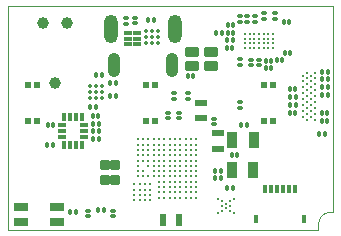
<source format=gbr>
%TF.GenerationSoftware,KiCad,Pcbnew,7.0.7*%
%TF.CreationDate,2024-01-11T19:31:21-08:00*%
%TF.ProjectId,beeper-design,62656570-6572-42d6-9465-7369676e2e6b,rev?*%
%TF.SameCoordinates,Original*%
%TF.FileFunction,Soldermask,Top*%
%TF.FilePolarity,Negative*%
%FSLAX46Y46*%
G04 Gerber Fmt 4.6, Leading zero omitted, Abs format (unit mm)*
G04 Created by KiCad (PCBNEW 7.0.7) date 2024-01-11 19:31:21*
%MOMM*%
%LPD*%
G01*
G04 APERTURE LIST*
G04 Aperture macros list*
%AMRoundRect*
0 Rectangle with rounded corners*
0 $1 Rounding radius*
0 $2 $3 $4 $5 $6 $7 $8 $9 X,Y pos of 4 corners*
0 Add a 4 corners polygon primitive as box body*
4,1,4,$2,$3,$4,$5,$6,$7,$8,$9,$2,$3,0*
0 Add four circle primitives for the rounded corners*
1,1,$1+$1,$2,$3*
1,1,$1+$1,$4,$5*
1,1,$1+$1,$6,$7*
1,1,$1+$1,$8,$9*
0 Add four rect primitives between the rounded corners*
20,1,$1+$1,$2,$3,$4,$5,0*
20,1,$1+$1,$4,$5,$6,$7,0*
20,1,$1+$1,$6,$7,$8,$9,0*
20,1,$1+$1,$8,$9,$2,$3,0*%
G04 Aperture macros list end*
%ADD10RoundRect,0.050000X0.079155X-0.165000X0.079155X0.165000X-0.079155X0.165000X-0.079155X-0.165000X0*%
%ADD11RoundRect,0.050000X-0.079155X0.165000X-0.079155X-0.165000X0.079155X-0.165000X0.079155X0.165000X0*%
%ADD12RoundRect,0.050000X-0.165000X-0.079155X0.165000X-0.079155X0.165000X0.079155X-0.165000X0.079155X0*%
%ADD13C,0.250000*%
%ADD14RoundRect,0.050800X-0.500000X-0.300000X0.500000X-0.300000X0.500000X0.300000X-0.500000X0.300000X0*%
%ADD15RoundRect,0.050000X-0.206066X0.475000X-0.206066X-0.475000X0.206066X-0.475000X0.206066X0.475000X0*%
%ADD16RoundRect,0.050000X-0.475000X-0.206066X0.475000X-0.206066X0.475000X0.206066X-0.475000X0.206066X0*%
%ADD17C,0.260000*%
%ADD18RoundRect,0.050000X0.475000X0.206066X-0.475000X0.206066X-0.475000X-0.206066X0.475000X-0.206066X0*%
%ADD19RoundRect,0.050000X0.165000X0.079155X-0.165000X0.079155X-0.165000X-0.079155X0.165000X-0.079155X0*%
%ADD20C,0.991000*%
%ADD21C,0.340000*%
%ADD22C,0.210000*%
%ADD23RoundRect,0.051000X-0.350000X0.375000X-0.350000X-0.375000X0.350000X-0.375000X0.350000X0.375000X0*%
%ADD24RoundRect,0.051000X0.500000X0.360000X-0.500000X0.360000X-0.500000X-0.360000X0.500000X-0.360000X0*%
%ADD25RoundRect,0.051000X0.225000X-0.225000X0.225000X0.225000X-0.225000X0.225000X-0.225000X-0.225000X0*%
%ADD26O,0.730000X1.460000*%
%ADD27O,1.200000X2.400000*%
%ADD28O,1.050000X2.100000*%
%ADD29RoundRect,0.051000X-0.140000X0.250000X-0.140000X-0.250000X0.140000X-0.250000X0.140000X0.250000X0*%
%ADD30RoundRect,0.051000X-0.250000X0.140000X-0.250000X-0.140000X0.250000X-0.140000X0.250000X0.140000X0*%
%ADD31C,0.212500*%
%ADD32RoundRect,0.051000X0.260000X-0.150000X0.260000X0.150000X-0.260000X0.150000X-0.260000X-0.150000X0*%
%ADD33R,0.300000X0.800000*%
%ADD34R,0.400000X0.800000*%
%ADD35RoundRect,0.050000X-0.355277X0.650000X-0.355277X-0.650000X0.355277X-0.650000X0.355277X0.650000X0*%
%TA.AperFunction,Profile*%
%ADD36C,0.050000*%
%TD*%
G04 APERTURE END LIST*
D10*
%TO.C,R1*%
X143255416Y-112467171D03*
X143727106Y-112467171D03*
%TD*%
D11*
%TO.C,C19*%
X148002726Y-103159876D03*
X147531036Y-103159876D03*
%TD*%
D12*
%TO.C,C23*%
X148336985Y-99149412D03*
X148336985Y-99621102D03*
%TD*%
D11*
%TO.C,C48*%
X133645878Y-104375575D03*
X133174188Y-104375575D03*
%TD*%
D10*
%TO.C,R17*%
X134368671Y-105075313D03*
X134840361Y-105075313D03*
%TD*%
D11*
%TO.C,C21*%
X148952555Y-103130352D03*
X148480865Y-103130352D03*
%TD*%
D13*
%TO.C,U2*%
X144862568Y-114868836D03*
X143462568Y-114868836D03*
X144512568Y-115068836D03*
X143812568Y-115068836D03*
X144162568Y-115268836D03*
X144512568Y-115468836D03*
X143812568Y-115468836D03*
X144162568Y-115668836D03*
X144512568Y-115868836D03*
X143812568Y-115868836D03*
X144862568Y-116068836D03*
X143462568Y-116068836D03*
%TD*%
D11*
%TO.C,C20*%
X149533053Y-99845030D03*
X149061363Y-99845030D03*
%TD*%
%TO.C,C22*%
X149601076Y-102468028D03*
X149129386Y-102468028D03*
%TD*%
D10*
%TO.C,R16*%
X134377741Y-106172786D03*
X134849431Y-106172786D03*
%TD*%
D14*
%TO.C,U17*%
X129831496Y-115535195D03*
X126831496Y-116835195D03*
X126831496Y-115535195D03*
X129831496Y-116835195D03*
%TD*%
D15*
%TO.C,C3*%
X140169314Y-116617757D03*
X138831446Y-116617757D03*
%TD*%
D12*
%TO.C,L1*%
X143144542Y-108085815D03*
X143144542Y-108557505D03*
%TD*%
%TO.C,C11*%
X140920388Y-105919400D03*
X140920388Y-106391090D03*
%TD*%
D16*
%TO.C,C1*%
X142015967Y-106701356D03*
X142015967Y-108039224D03*
%TD*%
D10*
%TO.C,R10*%
X132932136Y-109820273D03*
X133403826Y-109820273D03*
%TD*%
%TO.C,L2*%
X144670767Y-111162222D03*
X145142457Y-111162222D03*
%TD*%
D11*
%TO.C,L3*%
X133822270Y-115779501D03*
X133350580Y-115779501D03*
%TD*%
D17*
%TO.C,U4*%
X151694476Y-104165097D03*
X151694476Y-104665097D03*
X151694476Y-105165097D03*
X151694476Y-105665097D03*
X151694476Y-106165097D03*
X151694476Y-106665097D03*
X151694476Y-107165097D03*
X151694476Y-107665097D03*
X151694476Y-108165097D03*
X151354476Y-104415097D03*
X151354476Y-104915097D03*
X151354476Y-105415097D03*
X151354476Y-105915097D03*
X151354476Y-106415097D03*
X151354476Y-106915097D03*
X151354476Y-107415097D03*
X151354476Y-107915097D03*
X151014476Y-104165097D03*
X151014476Y-104665097D03*
X151014476Y-105165097D03*
X151014476Y-105665097D03*
X151014476Y-106165097D03*
X151014476Y-106665097D03*
X151014476Y-107165097D03*
X151014476Y-107665097D03*
X151014476Y-108165097D03*
X150674476Y-104415097D03*
X150674476Y-104915097D03*
X150674476Y-105415097D03*
X150674476Y-105915097D03*
X150674476Y-106415097D03*
X150674476Y-106915097D03*
X150674476Y-107415097D03*
X150674476Y-107915097D03*
%TD*%
D18*
%TO.C,C2*%
X143482328Y-110623039D03*
X143482328Y-109285171D03*
%TD*%
D10*
%TO.C,R9*%
X132896618Y-107840123D03*
X133368308Y-107840123D03*
%TD*%
D12*
%TO.C,C49*%
X134611295Y-115866545D03*
X134611295Y-116338235D03*
%TD*%
%TO.C,C16*%
X145986114Y-99386365D03*
X145986114Y-99858055D03*
%TD*%
D19*
%TO.C,C17*%
X146313595Y-103547872D03*
X146313595Y-103076182D03*
%TD*%
D20*
%TO.C,J1*%
X129666393Y-105085525D03*
X130682393Y-100005525D03*
X128650393Y-100005525D03*
%TD*%
D10*
%TO.C,C47*%
X132675248Y-107100149D03*
X133146938Y-107100149D03*
%TD*%
D12*
%TO.C,C18*%
X146637795Y-99385541D03*
X146637795Y-99857231D03*
%TD*%
D21*
%TO.C,U12*%
X133671887Y-106327878D03*
X133171887Y-106327878D03*
X132671887Y-106327878D03*
X133671887Y-105827878D03*
X133171887Y-105827878D03*
X132671887Y-105827878D03*
X133671887Y-105327878D03*
X133171887Y-105327878D03*
X132671887Y-105327878D03*
%TD*%
D11*
%TO.C,R6*%
X143802774Y-100774174D03*
X143331084Y-100774174D03*
%TD*%
D10*
%TO.C,C43*%
X129082764Y-108622303D03*
X129554454Y-108622303D03*
%TD*%
D22*
%TO.C,U1*%
X141655165Y-114760086D03*
X141205165Y-114760086D03*
X140755165Y-114760086D03*
X140305165Y-114760086D03*
X139855165Y-114760086D03*
X139405165Y-114760086D03*
X138955165Y-114760086D03*
X138505165Y-114760086D03*
X137757665Y-114967586D03*
X137307665Y-114967586D03*
X136857665Y-114967586D03*
X136407665Y-114967586D03*
X141655165Y-114310086D03*
X141205165Y-114310086D03*
X140755165Y-114310086D03*
X140305165Y-114310086D03*
X139855165Y-114310086D03*
X139405165Y-114310086D03*
X138955165Y-114310086D03*
X138505165Y-114310086D03*
X137757665Y-114517586D03*
X137307665Y-114517586D03*
X136857665Y-114517586D03*
X136407665Y-114517586D03*
X141655165Y-113860086D03*
X141205165Y-113860086D03*
X140755165Y-113860086D03*
X140305165Y-113860086D03*
X139855165Y-113860086D03*
X139405165Y-113860086D03*
X138955165Y-113860086D03*
X138505165Y-113860086D03*
X137757665Y-114067586D03*
X137307665Y-114067586D03*
X136857665Y-114067586D03*
X136407665Y-114067586D03*
X141655165Y-113410086D03*
X141205165Y-113410086D03*
X140755165Y-113410086D03*
X140305165Y-113410086D03*
X139855165Y-113410086D03*
X139405165Y-113410086D03*
X138955165Y-113410086D03*
X138505165Y-113410086D03*
X137757665Y-113617586D03*
X137307665Y-113617586D03*
X136857665Y-113617586D03*
X136407665Y-113617586D03*
X141655165Y-112960086D03*
X141205165Y-112960086D03*
X140755165Y-112960086D03*
X140305165Y-112960086D03*
X139855165Y-112960086D03*
X139405165Y-112960086D03*
X138955165Y-112960086D03*
X138505165Y-112960086D03*
X138055165Y-112960086D03*
X137605165Y-112960086D03*
X137155165Y-112960086D03*
X136705165Y-112960086D03*
X141655165Y-112510086D03*
X141205165Y-112510086D03*
X140755165Y-112510086D03*
X140305165Y-112510086D03*
X139855165Y-112510086D03*
X139405165Y-112510086D03*
X138955165Y-112510086D03*
X138505165Y-112510086D03*
X138055165Y-112510086D03*
X137155165Y-112510086D03*
X136705165Y-112510086D03*
X141655165Y-112060086D03*
X141205165Y-112060086D03*
X140755165Y-112060086D03*
X140305165Y-112060086D03*
X139855165Y-112060086D03*
X139405165Y-112060086D03*
X138955165Y-112060086D03*
X138505165Y-112060086D03*
X138055165Y-112060086D03*
X137605165Y-112060086D03*
X136705165Y-112060086D03*
X141655165Y-111610086D03*
X141205165Y-111610086D03*
X140755165Y-111610086D03*
X140305165Y-111610086D03*
X139855165Y-111610086D03*
X139405165Y-111610086D03*
X138955165Y-111610086D03*
X138505165Y-111610086D03*
X138055165Y-111610086D03*
X137605165Y-111610086D03*
X137155165Y-111610086D03*
X136705165Y-111610086D03*
X141655165Y-111160086D03*
X141205165Y-111160086D03*
X140755165Y-111160086D03*
X140305165Y-111160086D03*
X139855165Y-111160086D03*
X139405165Y-111160086D03*
X138955165Y-111160086D03*
X138505165Y-111160086D03*
X138055165Y-111160086D03*
X137605165Y-111160086D03*
X137155165Y-111160086D03*
X136705165Y-111160086D03*
X141655165Y-110710086D03*
X141205165Y-110710086D03*
X140755165Y-110710086D03*
X140305165Y-110710086D03*
X139855165Y-110710086D03*
X139405165Y-110710086D03*
X138955165Y-110710086D03*
X138505165Y-110710086D03*
X138055165Y-110710086D03*
X137605165Y-110710086D03*
X137155165Y-110710086D03*
X136705165Y-110710086D03*
X141655165Y-110260086D03*
X141205165Y-110260086D03*
X140755165Y-110260086D03*
X140305165Y-110260086D03*
X139855165Y-110260086D03*
X139405165Y-110260086D03*
X138955165Y-110260086D03*
X138505165Y-110260086D03*
X138055165Y-110260086D03*
X137605165Y-110260086D03*
X137155165Y-110260086D03*
X136705165Y-110260086D03*
X141655165Y-109810086D03*
X141205165Y-109810086D03*
X140755165Y-109810086D03*
X140305165Y-109810086D03*
X139855165Y-109810086D03*
X139405165Y-109810086D03*
X138955165Y-109810086D03*
X138505165Y-109810086D03*
X138055165Y-109810086D03*
X137605165Y-109810086D03*
X137155165Y-109810086D03*
X136705165Y-109810086D03*
%TD*%
D11*
%TO.C,C15*%
X148009438Y-103807741D03*
X147537748Y-103807741D03*
%TD*%
%TO.C,R2*%
X144774818Y-100772979D03*
X144303128Y-100772979D03*
%TD*%
D12*
%TO.C,C50*%
X132480158Y-115865359D03*
X132480158Y-116337049D03*
%TD*%
D10*
%TO.C,R4*%
X144309848Y-100117355D03*
X144781538Y-100117355D03*
%TD*%
D12*
%TO.C,R8*%
X145381903Y-103055713D03*
X145381903Y-103527403D03*
%TD*%
D11*
%TO.C,L4*%
X131474069Y-115986940D03*
X131002379Y-115986940D03*
%TD*%
%TO.C,C10*%
X141384787Y-104494776D03*
X140913097Y-104494776D03*
%TD*%
D23*
%TO.C,XTAL1*%
X133900526Y-113293541D03*
X134800526Y-113293541D03*
X134799526Y-111993541D03*
X133899526Y-111993541D03*
%TD*%
D19*
%TO.C,R18*%
X136458667Y-100000503D03*
X136458667Y-99528813D03*
%TD*%
D21*
%TO.C,U13*%
X137375918Y-101638799D03*
X137375918Y-101138817D03*
X137375918Y-100638799D03*
X137875918Y-101638799D03*
X137875918Y-101138817D03*
X137875918Y-100638799D03*
X138375918Y-101638799D03*
X138375918Y-101138817D03*
X138375918Y-100638799D03*
%TD*%
D10*
%TO.C,C13*%
X144288895Y-113935002D03*
X144760585Y-113935002D03*
%TD*%
D19*
%TO.C,C36*%
X135733934Y-100013321D03*
X135733934Y-99541631D03*
%TD*%
D12*
%TO.C,C29*%
X145396860Y-106661803D03*
X145396860Y-107133493D03*
%TD*%
%TO.C,C9*%
X139800342Y-105921652D03*
X139800342Y-106393342D03*
%TD*%
D11*
%TO.C,C12*%
X145912039Y-108605838D03*
X145440349Y-108605838D03*
%TD*%
%TO.C,C37*%
X152736271Y-108234882D03*
X152264581Y-108234882D03*
%TD*%
D12*
%TO.C,C24*%
X147412919Y-99150191D03*
X147412919Y-99621881D03*
%TD*%
D24*
%TO.C,D1*%
X142897328Y-103637321D03*
X141297328Y-103637321D03*
X141297328Y-102457321D03*
X142897328Y-102457321D03*
%TD*%
D11*
%TO.C,R12*%
X150066540Y-106233162D03*
X149594850Y-106233162D03*
%TD*%
%TO.C,R3*%
X144723801Y-101440168D03*
X144252111Y-101440168D03*
%TD*%
D10*
%TO.C,C28*%
X149587875Y-106897456D03*
X150059565Y-106897456D03*
%TD*%
D25*
%TO.C,U15*%
X137420500Y-108250000D03*
X138179500Y-108250000D03*
X137420500Y-105250000D03*
X138179500Y-105250000D03*
%TD*%
D10*
%TO.C,C27*%
X149580031Y-107558483D03*
X150051721Y-107558483D03*
%TD*%
D11*
%TO.C,R13*%
X150052012Y-105576200D03*
X149580322Y-105576200D03*
%TD*%
D25*
%TO.C,U16*%
X147420500Y-108250000D03*
X148179500Y-108250000D03*
X147420500Y-105250000D03*
X148179500Y-105250000D03*
%TD*%
D11*
%TO.C,C25*%
X138068563Y-99694231D03*
X137596873Y-99694231D03*
%TD*%
D19*
%TO.C,R7*%
X145332967Y-99855796D03*
X145332967Y-99384106D03*
%TD*%
D26*
%TO.C,J6*%
X134719176Y-103485414D03*
X139569176Y-103485414D03*
D27*
X134419176Y-100455414D03*
X139869176Y-100455414D03*
D28*
X134719176Y-103485414D03*
X139569176Y-103485414D03*
%TD*%
D11*
%TO.C,R5*%
X144697221Y-102107433D03*
X144225531Y-102107433D03*
%TD*%
%TO.C,C26*%
X152780121Y-104075363D03*
X152308431Y-104075363D03*
%TD*%
D25*
%TO.C,U14*%
X127420500Y-108250000D03*
X128179500Y-108250000D03*
X127420500Y-105250000D03*
X128179500Y-105250000D03*
%TD*%
D11*
%TO.C,C30*%
X152785089Y-106045190D03*
X152313399Y-106045190D03*
%TD*%
%TO.C,C39*%
X152777026Y-105394569D03*
X152305336Y-105394569D03*
%TD*%
D29*
%TO.C,U9*%
X131955464Y-107946651D03*
X131454464Y-107946651D03*
X130955464Y-107946651D03*
X130454464Y-107946651D03*
D30*
X130279964Y-108621651D03*
X130279964Y-109121651D03*
X130279964Y-109621651D03*
D29*
X130454464Y-110296651D03*
X130955464Y-110296651D03*
X131454464Y-110296651D03*
X131955464Y-110296651D03*
D30*
X132129464Y-109621651D03*
X132129464Y-109121651D03*
X132129864Y-108621651D03*
%TD*%
D31*
%TO.C,U3*%
X148163236Y-100899687D03*
X148163236Y-101299687D03*
X148163236Y-101699687D03*
X148163236Y-102099687D03*
X147763236Y-100899687D03*
X147763236Y-101299687D03*
X147763236Y-101699687D03*
X147763236Y-102099687D03*
X147363236Y-100899687D03*
X147363236Y-101299687D03*
X147363236Y-101699687D03*
X147363236Y-102099687D03*
X146963236Y-100899687D03*
X146963236Y-101299687D03*
X146963236Y-101699687D03*
X146963236Y-102099687D03*
X146563236Y-100899687D03*
X146563236Y-101299687D03*
X146563236Y-101699687D03*
X146563236Y-102099687D03*
X146163236Y-100899687D03*
X146163236Y-101299687D03*
X146163236Y-101699687D03*
X146163236Y-102099687D03*
X145763236Y-100899687D03*
X145763236Y-101299687D03*
X145763236Y-101699687D03*
X145763236Y-102099687D03*
%TD*%
D32*
%TO.C,U7*%
X136612114Y-101782436D03*
X136612114Y-101282436D03*
X136612114Y-100782436D03*
X135841114Y-101782436D03*
X135841114Y-101282436D03*
X135841114Y-100782436D03*
%TD*%
D11*
%TO.C,C38*%
X152540550Y-109392102D03*
X152068860Y-109392102D03*
%TD*%
D33*
%TO.C,U5*%
X147500000Y-114050000D03*
X148000000Y-114050000D03*
X148500000Y-114050000D03*
X149000000Y-114050000D03*
X149500000Y-114050000D03*
X150000000Y-114050000D03*
D34*
X146750000Y-116550000D03*
X150750000Y-116550000D03*
%TD*%
D12*
%TO.C,C7*%
X139268449Y-107578835D03*
X139268449Y-108050525D03*
%TD*%
D11*
%TO.C,C31*%
X152769463Y-104739451D03*
X152297773Y-104739451D03*
%TD*%
%TO.C,C32*%
X152748057Y-107563914D03*
X152276367Y-107563914D03*
%TD*%
D12*
%TO.C,C8*%
X140218368Y-107559015D03*
X140218368Y-108030705D03*
%TD*%
D35*
%TO.C,C6*%
X146495367Y-112436869D03*
X144705923Y-112436869D03*
%TD*%
D11*
%TO.C,C5*%
X143726546Y-113129856D03*
X143254856Y-113129856D03*
%TD*%
D10*
%TO.C,R14*%
X132904657Y-108495783D03*
X133376347Y-108495783D03*
%TD*%
D19*
%TO.C,C14*%
X146962235Y-103549205D03*
X146962235Y-103077515D03*
%TD*%
D35*
%TO.C,C4*%
X146502199Y-109902067D03*
X144712755Y-109902067D03*
%TD*%
D10*
%TO.C,R15*%
X132908236Y-109149322D03*
X133379926Y-109149322D03*
%TD*%
%TO.C,C42*%
X129052788Y-110304767D03*
X129524478Y-110304767D03*
%TD*%
D36*
X152000000Y-117500000D02*
X125750000Y-117500000D01*
X125750000Y-117500000D02*
X125750000Y-98500000D01*
X125750000Y-98500000D02*
X153250000Y-98500000D01*
X153250000Y-98500000D02*
X153250000Y-116000000D01*
X153250000Y-116000000D02*
X153000000Y-116000000D01*
X153000000Y-116000000D02*
G75*
G03*
X152000000Y-117000000I0J-1000000D01*
G01*
X152000000Y-117000000D02*
X152000000Y-117500000D01*
M02*

</source>
